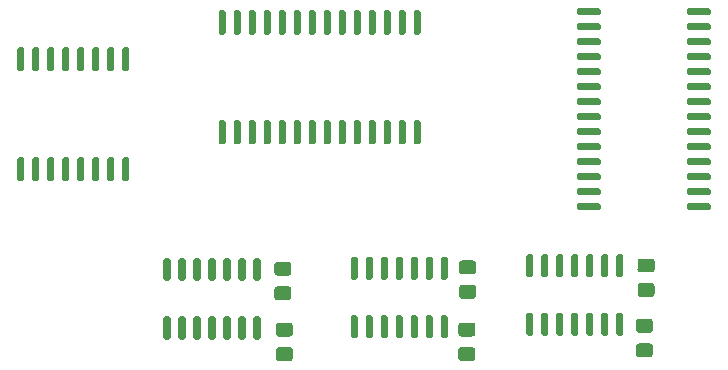
<source format=gbr>
%TF.GenerationSoftware,KiCad,Pcbnew,(5.1.9)-1*%
%TF.CreationDate,2021-04-30T23:03:23+10:00*%
%TF.ProjectId,RedPyKeeb_MCU,52656450-794b-4656-9562-5f4d43552e6b,rev?*%
%TF.SameCoordinates,Original*%
%TF.FileFunction,Paste,Bot*%
%TF.FilePolarity,Positive*%
%FSLAX46Y46*%
G04 Gerber Fmt 4.6, Leading zero omitted, Abs format (unit mm)*
G04 Created by KiCad (PCBNEW (5.1.9)-1) date 2021-04-30 23:03:23*
%MOMM*%
%LPD*%
G01*
G04 APERTURE LIST*
G04 APERTURE END LIST*
%TO.C,U2*%
G36*
G01*
X104820300Y-44820700D02*
X104820300Y-45120700D01*
G75*
G02*
X104670300Y-45270700I-150000J0D01*
G01*
X102920300Y-45270700D01*
G75*
G02*
X102770300Y-45120700I0J150000D01*
G01*
X102770300Y-44820700D01*
G75*
G02*
X102920300Y-44670700I150000J0D01*
G01*
X104670300Y-44670700D01*
G75*
G02*
X104820300Y-44820700I0J-150000D01*
G01*
G37*
G36*
G01*
X104820300Y-46090700D02*
X104820300Y-46390700D01*
G75*
G02*
X104670300Y-46540700I-150000J0D01*
G01*
X102920300Y-46540700D01*
G75*
G02*
X102770300Y-46390700I0J150000D01*
G01*
X102770300Y-46090700D01*
G75*
G02*
X102920300Y-45940700I150000J0D01*
G01*
X104670300Y-45940700D01*
G75*
G02*
X104820300Y-46090700I0J-150000D01*
G01*
G37*
G36*
G01*
X104820300Y-47360700D02*
X104820300Y-47660700D01*
G75*
G02*
X104670300Y-47810700I-150000J0D01*
G01*
X102920300Y-47810700D01*
G75*
G02*
X102770300Y-47660700I0J150000D01*
G01*
X102770300Y-47360700D01*
G75*
G02*
X102920300Y-47210700I150000J0D01*
G01*
X104670300Y-47210700D01*
G75*
G02*
X104820300Y-47360700I0J-150000D01*
G01*
G37*
G36*
G01*
X104820300Y-48630700D02*
X104820300Y-48930700D01*
G75*
G02*
X104670300Y-49080700I-150000J0D01*
G01*
X102920300Y-49080700D01*
G75*
G02*
X102770300Y-48930700I0J150000D01*
G01*
X102770300Y-48630700D01*
G75*
G02*
X102920300Y-48480700I150000J0D01*
G01*
X104670300Y-48480700D01*
G75*
G02*
X104820300Y-48630700I0J-150000D01*
G01*
G37*
G36*
G01*
X104820300Y-49900700D02*
X104820300Y-50200700D01*
G75*
G02*
X104670300Y-50350700I-150000J0D01*
G01*
X102920300Y-50350700D01*
G75*
G02*
X102770300Y-50200700I0J150000D01*
G01*
X102770300Y-49900700D01*
G75*
G02*
X102920300Y-49750700I150000J0D01*
G01*
X104670300Y-49750700D01*
G75*
G02*
X104820300Y-49900700I0J-150000D01*
G01*
G37*
G36*
G01*
X104820300Y-51170700D02*
X104820300Y-51470700D01*
G75*
G02*
X104670300Y-51620700I-150000J0D01*
G01*
X102920300Y-51620700D01*
G75*
G02*
X102770300Y-51470700I0J150000D01*
G01*
X102770300Y-51170700D01*
G75*
G02*
X102920300Y-51020700I150000J0D01*
G01*
X104670300Y-51020700D01*
G75*
G02*
X104820300Y-51170700I0J-150000D01*
G01*
G37*
G36*
G01*
X104820300Y-52440700D02*
X104820300Y-52740700D01*
G75*
G02*
X104670300Y-52890700I-150000J0D01*
G01*
X102920300Y-52890700D01*
G75*
G02*
X102770300Y-52740700I0J150000D01*
G01*
X102770300Y-52440700D01*
G75*
G02*
X102920300Y-52290700I150000J0D01*
G01*
X104670300Y-52290700D01*
G75*
G02*
X104820300Y-52440700I0J-150000D01*
G01*
G37*
G36*
G01*
X104820300Y-53710700D02*
X104820300Y-54010700D01*
G75*
G02*
X104670300Y-54160700I-150000J0D01*
G01*
X102920300Y-54160700D01*
G75*
G02*
X102770300Y-54010700I0J150000D01*
G01*
X102770300Y-53710700D01*
G75*
G02*
X102920300Y-53560700I150000J0D01*
G01*
X104670300Y-53560700D01*
G75*
G02*
X104820300Y-53710700I0J-150000D01*
G01*
G37*
G36*
G01*
X104820300Y-54980700D02*
X104820300Y-55280700D01*
G75*
G02*
X104670300Y-55430700I-150000J0D01*
G01*
X102920300Y-55430700D01*
G75*
G02*
X102770300Y-55280700I0J150000D01*
G01*
X102770300Y-54980700D01*
G75*
G02*
X102920300Y-54830700I150000J0D01*
G01*
X104670300Y-54830700D01*
G75*
G02*
X104820300Y-54980700I0J-150000D01*
G01*
G37*
G36*
G01*
X104820300Y-56250700D02*
X104820300Y-56550700D01*
G75*
G02*
X104670300Y-56700700I-150000J0D01*
G01*
X102920300Y-56700700D01*
G75*
G02*
X102770300Y-56550700I0J150000D01*
G01*
X102770300Y-56250700D01*
G75*
G02*
X102920300Y-56100700I150000J0D01*
G01*
X104670300Y-56100700D01*
G75*
G02*
X104820300Y-56250700I0J-150000D01*
G01*
G37*
G36*
G01*
X104820300Y-57520700D02*
X104820300Y-57820700D01*
G75*
G02*
X104670300Y-57970700I-150000J0D01*
G01*
X102920300Y-57970700D01*
G75*
G02*
X102770300Y-57820700I0J150000D01*
G01*
X102770300Y-57520700D01*
G75*
G02*
X102920300Y-57370700I150000J0D01*
G01*
X104670300Y-57370700D01*
G75*
G02*
X104820300Y-57520700I0J-150000D01*
G01*
G37*
G36*
G01*
X104820300Y-58790700D02*
X104820300Y-59090700D01*
G75*
G02*
X104670300Y-59240700I-150000J0D01*
G01*
X102920300Y-59240700D01*
G75*
G02*
X102770300Y-59090700I0J150000D01*
G01*
X102770300Y-58790700D01*
G75*
G02*
X102920300Y-58640700I150000J0D01*
G01*
X104670300Y-58640700D01*
G75*
G02*
X104820300Y-58790700I0J-150000D01*
G01*
G37*
G36*
G01*
X104820300Y-60060700D02*
X104820300Y-60360700D01*
G75*
G02*
X104670300Y-60510700I-150000J0D01*
G01*
X102920300Y-60510700D01*
G75*
G02*
X102770300Y-60360700I0J150000D01*
G01*
X102770300Y-60060700D01*
G75*
G02*
X102920300Y-59910700I150000J0D01*
G01*
X104670300Y-59910700D01*
G75*
G02*
X104820300Y-60060700I0J-150000D01*
G01*
G37*
G36*
G01*
X104820300Y-61330700D02*
X104820300Y-61630700D01*
G75*
G02*
X104670300Y-61780700I-150000J0D01*
G01*
X102920300Y-61780700D01*
G75*
G02*
X102770300Y-61630700I0J150000D01*
G01*
X102770300Y-61330700D01*
G75*
G02*
X102920300Y-61180700I150000J0D01*
G01*
X104670300Y-61180700D01*
G75*
G02*
X104820300Y-61330700I0J-150000D01*
G01*
G37*
G36*
G01*
X114120300Y-61330700D02*
X114120300Y-61630700D01*
G75*
G02*
X113970300Y-61780700I-150000J0D01*
G01*
X112220300Y-61780700D01*
G75*
G02*
X112070300Y-61630700I0J150000D01*
G01*
X112070300Y-61330700D01*
G75*
G02*
X112220300Y-61180700I150000J0D01*
G01*
X113970300Y-61180700D01*
G75*
G02*
X114120300Y-61330700I0J-150000D01*
G01*
G37*
G36*
G01*
X114120300Y-60060700D02*
X114120300Y-60360700D01*
G75*
G02*
X113970300Y-60510700I-150000J0D01*
G01*
X112220300Y-60510700D01*
G75*
G02*
X112070300Y-60360700I0J150000D01*
G01*
X112070300Y-60060700D01*
G75*
G02*
X112220300Y-59910700I150000J0D01*
G01*
X113970300Y-59910700D01*
G75*
G02*
X114120300Y-60060700I0J-150000D01*
G01*
G37*
G36*
G01*
X114120300Y-58790700D02*
X114120300Y-59090700D01*
G75*
G02*
X113970300Y-59240700I-150000J0D01*
G01*
X112220300Y-59240700D01*
G75*
G02*
X112070300Y-59090700I0J150000D01*
G01*
X112070300Y-58790700D01*
G75*
G02*
X112220300Y-58640700I150000J0D01*
G01*
X113970300Y-58640700D01*
G75*
G02*
X114120300Y-58790700I0J-150000D01*
G01*
G37*
G36*
G01*
X114120300Y-57520700D02*
X114120300Y-57820700D01*
G75*
G02*
X113970300Y-57970700I-150000J0D01*
G01*
X112220300Y-57970700D01*
G75*
G02*
X112070300Y-57820700I0J150000D01*
G01*
X112070300Y-57520700D01*
G75*
G02*
X112220300Y-57370700I150000J0D01*
G01*
X113970300Y-57370700D01*
G75*
G02*
X114120300Y-57520700I0J-150000D01*
G01*
G37*
G36*
G01*
X114120300Y-56250700D02*
X114120300Y-56550700D01*
G75*
G02*
X113970300Y-56700700I-150000J0D01*
G01*
X112220300Y-56700700D01*
G75*
G02*
X112070300Y-56550700I0J150000D01*
G01*
X112070300Y-56250700D01*
G75*
G02*
X112220300Y-56100700I150000J0D01*
G01*
X113970300Y-56100700D01*
G75*
G02*
X114120300Y-56250700I0J-150000D01*
G01*
G37*
G36*
G01*
X114120300Y-54980700D02*
X114120300Y-55280700D01*
G75*
G02*
X113970300Y-55430700I-150000J0D01*
G01*
X112220300Y-55430700D01*
G75*
G02*
X112070300Y-55280700I0J150000D01*
G01*
X112070300Y-54980700D01*
G75*
G02*
X112220300Y-54830700I150000J0D01*
G01*
X113970300Y-54830700D01*
G75*
G02*
X114120300Y-54980700I0J-150000D01*
G01*
G37*
G36*
G01*
X114120300Y-53710700D02*
X114120300Y-54010700D01*
G75*
G02*
X113970300Y-54160700I-150000J0D01*
G01*
X112220300Y-54160700D01*
G75*
G02*
X112070300Y-54010700I0J150000D01*
G01*
X112070300Y-53710700D01*
G75*
G02*
X112220300Y-53560700I150000J0D01*
G01*
X113970300Y-53560700D01*
G75*
G02*
X114120300Y-53710700I0J-150000D01*
G01*
G37*
G36*
G01*
X114120300Y-52440700D02*
X114120300Y-52740700D01*
G75*
G02*
X113970300Y-52890700I-150000J0D01*
G01*
X112220300Y-52890700D01*
G75*
G02*
X112070300Y-52740700I0J150000D01*
G01*
X112070300Y-52440700D01*
G75*
G02*
X112220300Y-52290700I150000J0D01*
G01*
X113970300Y-52290700D01*
G75*
G02*
X114120300Y-52440700I0J-150000D01*
G01*
G37*
G36*
G01*
X114120300Y-51170700D02*
X114120300Y-51470700D01*
G75*
G02*
X113970300Y-51620700I-150000J0D01*
G01*
X112220300Y-51620700D01*
G75*
G02*
X112070300Y-51470700I0J150000D01*
G01*
X112070300Y-51170700D01*
G75*
G02*
X112220300Y-51020700I150000J0D01*
G01*
X113970300Y-51020700D01*
G75*
G02*
X114120300Y-51170700I0J-150000D01*
G01*
G37*
G36*
G01*
X114120300Y-49900700D02*
X114120300Y-50200700D01*
G75*
G02*
X113970300Y-50350700I-150000J0D01*
G01*
X112220300Y-50350700D01*
G75*
G02*
X112070300Y-50200700I0J150000D01*
G01*
X112070300Y-49900700D01*
G75*
G02*
X112220300Y-49750700I150000J0D01*
G01*
X113970300Y-49750700D01*
G75*
G02*
X114120300Y-49900700I0J-150000D01*
G01*
G37*
G36*
G01*
X114120300Y-48630700D02*
X114120300Y-48930700D01*
G75*
G02*
X113970300Y-49080700I-150000J0D01*
G01*
X112220300Y-49080700D01*
G75*
G02*
X112070300Y-48930700I0J150000D01*
G01*
X112070300Y-48630700D01*
G75*
G02*
X112220300Y-48480700I150000J0D01*
G01*
X113970300Y-48480700D01*
G75*
G02*
X114120300Y-48630700I0J-150000D01*
G01*
G37*
G36*
G01*
X114120300Y-47360700D02*
X114120300Y-47660700D01*
G75*
G02*
X113970300Y-47810700I-150000J0D01*
G01*
X112220300Y-47810700D01*
G75*
G02*
X112070300Y-47660700I0J150000D01*
G01*
X112070300Y-47360700D01*
G75*
G02*
X112220300Y-47210700I150000J0D01*
G01*
X113970300Y-47210700D01*
G75*
G02*
X114120300Y-47360700I0J-150000D01*
G01*
G37*
G36*
G01*
X114120300Y-46090700D02*
X114120300Y-46390700D01*
G75*
G02*
X113970300Y-46540700I-150000J0D01*
G01*
X112220300Y-46540700D01*
G75*
G02*
X112070300Y-46390700I0J150000D01*
G01*
X112070300Y-46090700D01*
G75*
G02*
X112220300Y-45940700I150000J0D01*
G01*
X113970300Y-45940700D01*
G75*
G02*
X114120300Y-46090700I0J-150000D01*
G01*
G37*
G36*
G01*
X114120300Y-44820700D02*
X114120300Y-45120700D01*
G75*
G02*
X113970300Y-45270700I-150000J0D01*
G01*
X112220300Y-45270700D01*
G75*
G02*
X112070300Y-45120700I0J150000D01*
G01*
X112070300Y-44820700D01*
G75*
G02*
X112220300Y-44670700I150000J0D01*
G01*
X113970300Y-44670700D01*
G75*
G02*
X114120300Y-44820700I0J-150000D01*
G01*
G37*
%TD*%
%TO.C,U1*%
G36*
G01*
X89405600Y-46895600D02*
X89105600Y-46895600D01*
G75*
G02*
X88955600Y-46745600I0J150000D01*
G01*
X88955600Y-44995600D01*
G75*
G02*
X89105600Y-44845600I150000J0D01*
G01*
X89405600Y-44845600D01*
G75*
G02*
X89555600Y-44995600I0J-150000D01*
G01*
X89555600Y-46745600D01*
G75*
G02*
X89405600Y-46895600I-150000J0D01*
G01*
G37*
G36*
G01*
X88135600Y-46895600D02*
X87835600Y-46895600D01*
G75*
G02*
X87685600Y-46745600I0J150000D01*
G01*
X87685600Y-44995600D01*
G75*
G02*
X87835600Y-44845600I150000J0D01*
G01*
X88135600Y-44845600D01*
G75*
G02*
X88285600Y-44995600I0J-150000D01*
G01*
X88285600Y-46745600D01*
G75*
G02*
X88135600Y-46895600I-150000J0D01*
G01*
G37*
G36*
G01*
X86865600Y-46895600D02*
X86565600Y-46895600D01*
G75*
G02*
X86415600Y-46745600I0J150000D01*
G01*
X86415600Y-44995600D01*
G75*
G02*
X86565600Y-44845600I150000J0D01*
G01*
X86865600Y-44845600D01*
G75*
G02*
X87015600Y-44995600I0J-150000D01*
G01*
X87015600Y-46745600D01*
G75*
G02*
X86865600Y-46895600I-150000J0D01*
G01*
G37*
G36*
G01*
X85595600Y-46895600D02*
X85295600Y-46895600D01*
G75*
G02*
X85145600Y-46745600I0J150000D01*
G01*
X85145600Y-44995600D01*
G75*
G02*
X85295600Y-44845600I150000J0D01*
G01*
X85595600Y-44845600D01*
G75*
G02*
X85745600Y-44995600I0J-150000D01*
G01*
X85745600Y-46745600D01*
G75*
G02*
X85595600Y-46895600I-150000J0D01*
G01*
G37*
G36*
G01*
X84325600Y-46895600D02*
X84025600Y-46895600D01*
G75*
G02*
X83875600Y-46745600I0J150000D01*
G01*
X83875600Y-44995600D01*
G75*
G02*
X84025600Y-44845600I150000J0D01*
G01*
X84325600Y-44845600D01*
G75*
G02*
X84475600Y-44995600I0J-150000D01*
G01*
X84475600Y-46745600D01*
G75*
G02*
X84325600Y-46895600I-150000J0D01*
G01*
G37*
G36*
G01*
X83055600Y-46895600D02*
X82755600Y-46895600D01*
G75*
G02*
X82605600Y-46745600I0J150000D01*
G01*
X82605600Y-44995600D01*
G75*
G02*
X82755600Y-44845600I150000J0D01*
G01*
X83055600Y-44845600D01*
G75*
G02*
X83205600Y-44995600I0J-150000D01*
G01*
X83205600Y-46745600D01*
G75*
G02*
X83055600Y-46895600I-150000J0D01*
G01*
G37*
G36*
G01*
X81785600Y-46895600D02*
X81485600Y-46895600D01*
G75*
G02*
X81335600Y-46745600I0J150000D01*
G01*
X81335600Y-44995600D01*
G75*
G02*
X81485600Y-44845600I150000J0D01*
G01*
X81785600Y-44845600D01*
G75*
G02*
X81935600Y-44995600I0J-150000D01*
G01*
X81935600Y-46745600D01*
G75*
G02*
X81785600Y-46895600I-150000J0D01*
G01*
G37*
G36*
G01*
X80515600Y-46895600D02*
X80215600Y-46895600D01*
G75*
G02*
X80065600Y-46745600I0J150000D01*
G01*
X80065600Y-44995600D01*
G75*
G02*
X80215600Y-44845600I150000J0D01*
G01*
X80515600Y-44845600D01*
G75*
G02*
X80665600Y-44995600I0J-150000D01*
G01*
X80665600Y-46745600D01*
G75*
G02*
X80515600Y-46895600I-150000J0D01*
G01*
G37*
G36*
G01*
X79245600Y-46895600D02*
X78945600Y-46895600D01*
G75*
G02*
X78795600Y-46745600I0J150000D01*
G01*
X78795600Y-44995600D01*
G75*
G02*
X78945600Y-44845600I150000J0D01*
G01*
X79245600Y-44845600D01*
G75*
G02*
X79395600Y-44995600I0J-150000D01*
G01*
X79395600Y-46745600D01*
G75*
G02*
X79245600Y-46895600I-150000J0D01*
G01*
G37*
G36*
G01*
X77975600Y-46895600D02*
X77675600Y-46895600D01*
G75*
G02*
X77525600Y-46745600I0J150000D01*
G01*
X77525600Y-44995600D01*
G75*
G02*
X77675600Y-44845600I150000J0D01*
G01*
X77975600Y-44845600D01*
G75*
G02*
X78125600Y-44995600I0J-150000D01*
G01*
X78125600Y-46745600D01*
G75*
G02*
X77975600Y-46895600I-150000J0D01*
G01*
G37*
G36*
G01*
X76705600Y-46895600D02*
X76405600Y-46895600D01*
G75*
G02*
X76255600Y-46745600I0J150000D01*
G01*
X76255600Y-44995600D01*
G75*
G02*
X76405600Y-44845600I150000J0D01*
G01*
X76705600Y-44845600D01*
G75*
G02*
X76855600Y-44995600I0J-150000D01*
G01*
X76855600Y-46745600D01*
G75*
G02*
X76705600Y-46895600I-150000J0D01*
G01*
G37*
G36*
G01*
X75435600Y-46895600D02*
X75135600Y-46895600D01*
G75*
G02*
X74985600Y-46745600I0J150000D01*
G01*
X74985600Y-44995600D01*
G75*
G02*
X75135600Y-44845600I150000J0D01*
G01*
X75435600Y-44845600D01*
G75*
G02*
X75585600Y-44995600I0J-150000D01*
G01*
X75585600Y-46745600D01*
G75*
G02*
X75435600Y-46895600I-150000J0D01*
G01*
G37*
G36*
G01*
X74165600Y-46895600D02*
X73865600Y-46895600D01*
G75*
G02*
X73715600Y-46745600I0J150000D01*
G01*
X73715600Y-44995600D01*
G75*
G02*
X73865600Y-44845600I150000J0D01*
G01*
X74165600Y-44845600D01*
G75*
G02*
X74315600Y-44995600I0J-150000D01*
G01*
X74315600Y-46745600D01*
G75*
G02*
X74165600Y-46895600I-150000J0D01*
G01*
G37*
G36*
G01*
X72895600Y-46895600D02*
X72595600Y-46895600D01*
G75*
G02*
X72445600Y-46745600I0J150000D01*
G01*
X72445600Y-44995600D01*
G75*
G02*
X72595600Y-44845600I150000J0D01*
G01*
X72895600Y-44845600D01*
G75*
G02*
X73045600Y-44995600I0J-150000D01*
G01*
X73045600Y-46745600D01*
G75*
G02*
X72895600Y-46895600I-150000J0D01*
G01*
G37*
G36*
G01*
X72895600Y-56195600D02*
X72595600Y-56195600D01*
G75*
G02*
X72445600Y-56045600I0J150000D01*
G01*
X72445600Y-54295600D01*
G75*
G02*
X72595600Y-54145600I150000J0D01*
G01*
X72895600Y-54145600D01*
G75*
G02*
X73045600Y-54295600I0J-150000D01*
G01*
X73045600Y-56045600D01*
G75*
G02*
X72895600Y-56195600I-150000J0D01*
G01*
G37*
G36*
G01*
X74165600Y-56195600D02*
X73865600Y-56195600D01*
G75*
G02*
X73715600Y-56045600I0J150000D01*
G01*
X73715600Y-54295600D01*
G75*
G02*
X73865600Y-54145600I150000J0D01*
G01*
X74165600Y-54145600D01*
G75*
G02*
X74315600Y-54295600I0J-150000D01*
G01*
X74315600Y-56045600D01*
G75*
G02*
X74165600Y-56195600I-150000J0D01*
G01*
G37*
G36*
G01*
X75435600Y-56195600D02*
X75135600Y-56195600D01*
G75*
G02*
X74985600Y-56045600I0J150000D01*
G01*
X74985600Y-54295600D01*
G75*
G02*
X75135600Y-54145600I150000J0D01*
G01*
X75435600Y-54145600D01*
G75*
G02*
X75585600Y-54295600I0J-150000D01*
G01*
X75585600Y-56045600D01*
G75*
G02*
X75435600Y-56195600I-150000J0D01*
G01*
G37*
G36*
G01*
X76705600Y-56195600D02*
X76405600Y-56195600D01*
G75*
G02*
X76255600Y-56045600I0J150000D01*
G01*
X76255600Y-54295600D01*
G75*
G02*
X76405600Y-54145600I150000J0D01*
G01*
X76705600Y-54145600D01*
G75*
G02*
X76855600Y-54295600I0J-150000D01*
G01*
X76855600Y-56045600D01*
G75*
G02*
X76705600Y-56195600I-150000J0D01*
G01*
G37*
G36*
G01*
X77975600Y-56195600D02*
X77675600Y-56195600D01*
G75*
G02*
X77525600Y-56045600I0J150000D01*
G01*
X77525600Y-54295600D01*
G75*
G02*
X77675600Y-54145600I150000J0D01*
G01*
X77975600Y-54145600D01*
G75*
G02*
X78125600Y-54295600I0J-150000D01*
G01*
X78125600Y-56045600D01*
G75*
G02*
X77975600Y-56195600I-150000J0D01*
G01*
G37*
G36*
G01*
X79245600Y-56195600D02*
X78945600Y-56195600D01*
G75*
G02*
X78795600Y-56045600I0J150000D01*
G01*
X78795600Y-54295600D01*
G75*
G02*
X78945600Y-54145600I150000J0D01*
G01*
X79245600Y-54145600D01*
G75*
G02*
X79395600Y-54295600I0J-150000D01*
G01*
X79395600Y-56045600D01*
G75*
G02*
X79245600Y-56195600I-150000J0D01*
G01*
G37*
G36*
G01*
X80515600Y-56195600D02*
X80215600Y-56195600D01*
G75*
G02*
X80065600Y-56045600I0J150000D01*
G01*
X80065600Y-54295600D01*
G75*
G02*
X80215600Y-54145600I150000J0D01*
G01*
X80515600Y-54145600D01*
G75*
G02*
X80665600Y-54295600I0J-150000D01*
G01*
X80665600Y-56045600D01*
G75*
G02*
X80515600Y-56195600I-150000J0D01*
G01*
G37*
G36*
G01*
X81785600Y-56195600D02*
X81485600Y-56195600D01*
G75*
G02*
X81335600Y-56045600I0J150000D01*
G01*
X81335600Y-54295600D01*
G75*
G02*
X81485600Y-54145600I150000J0D01*
G01*
X81785600Y-54145600D01*
G75*
G02*
X81935600Y-54295600I0J-150000D01*
G01*
X81935600Y-56045600D01*
G75*
G02*
X81785600Y-56195600I-150000J0D01*
G01*
G37*
G36*
G01*
X83055600Y-56195600D02*
X82755600Y-56195600D01*
G75*
G02*
X82605600Y-56045600I0J150000D01*
G01*
X82605600Y-54295600D01*
G75*
G02*
X82755600Y-54145600I150000J0D01*
G01*
X83055600Y-54145600D01*
G75*
G02*
X83205600Y-54295600I0J-150000D01*
G01*
X83205600Y-56045600D01*
G75*
G02*
X83055600Y-56195600I-150000J0D01*
G01*
G37*
G36*
G01*
X84325600Y-56195600D02*
X84025600Y-56195600D01*
G75*
G02*
X83875600Y-56045600I0J150000D01*
G01*
X83875600Y-54295600D01*
G75*
G02*
X84025600Y-54145600I150000J0D01*
G01*
X84325600Y-54145600D01*
G75*
G02*
X84475600Y-54295600I0J-150000D01*
G01*
X84475600Y-56045600D01*
G75*
G02*
X84325600Y-56195600I-150000J0D01*
G01*
G37*
G36*
G01*
X85595600Y-56195600D02*
X85295600Y-56195600D01*
G75*
G02*
X85145600Y-56045600I0J150000D01*
G01*
X85145600Y-54295600D01*
G75*
G02*
X85295600Y-54145600I150000J0D01*
G01*
X85595600Y-54145600D01*
G75*
G02*
X85745600Y-54295600I0J-150000D01*
G01*
X85745600Y-56045600D01*
G75*
G02*
X85595600Y-56195600I-150000J0D01*
G01*
G37*
G36*
G01*
X86865600Y-56195600D02*
X86565600Y-56195600D01*
G75*
G02*
X86415600Y-56045600I0J150000D01*
G01*
X86415600Y-54295600D01*
G75*
G02*
X86565600Y-54145600I150000J0D01*
G01*
X86865600Y-54145600D01*
G75*
G02*
X87015600Y-54295600I0J-150000D01*
G01*
X87015600Y-56045600D01*
G75*
G02*
X86865600Y-56195600I-150000J0D01*
G01*
G37*
G36*
G01*
X88135600Y-56195600D02*
X87835600Y-56195600D01*
G75*
G02*
X87685600Y-56045600I0J150000D01*
G01*
X87685600Y-54295600D01*
G75*
G02*
X87835600Y-54145600I150000J0D01*
G01*
X88135600Y-54145600D01*
G75*
G02*
X88285600Y-54295600I0J-150000D01*
G01*
X88285600Y-56045600D01*
G75*
G02*
X88135600Y-56195600I-150000J0D01*
G01*
G37*
G36*
G01*
X89405600Y-56195600D02*
X89105600Y-56195600D01*
G75*
G02*
X88955600Y-56045600I0J150000D01*
G01*
X88955600Y-54295600D01*
G75*
G02*
X89105600Y-54145600I150000J0D01*
G01*
X89405600Y-54145600D01*
G75*
G02*
X89555600Y-54295600I0J-150000D01*
G01*
X89555600Y-56045600D01*
G75*
G02*
X89405600Y-56195600I-150000J0D01*
G01*
G37*
%TD*%
%TO.C,U3*%
G36*
G01*
X91691600Y-67664200D02*
X91391600Y-67664200D01*
G75*
G02*
X91241600Y-67514200I0J150000D01*
G01*
X91241600Y-65864200D01*
G75*
G02*
X91391600Y-65714200I150000J0D01*
G01*
X91691600Y-65714200D01*
G75*
G02*
X91841600Y-65864200I0J-150000D01*
G01*
X91841600Y-67514200D01*
G75*
G02*
X91691600Y-67664200I-150000J0D01*
G01*
G37*
G36*
G01*
X90421600Y-67664200D02*
X90121600Y-67664200D01*
G75*
G02*
X89971600Y-67514200I0J150000D01*
G01*
X89971600Y-65864200D01*
G75*
G02*
X90121600Y-65714200I150000J0D01*
G01*
X90421600Y-65714200D01*
G75*
G02*
X90571600Y-65864200I0J-150000D01*
G01*
X90571600Y-67514200D01*
G75*
G02*
X90421600Y-67664200I-150000J0D01*
G01*
G37*
G36*
G01*
X89151600Y-67664200D02*
X88851600Y-67664200D01*
G75*
G02*
X88701600Y-67514200I0J150000D01*
G01*
X88701600Y-65864200D01*
G75*
G02*
X88851600Y-65714200I150000J0D01*
G01*
X89151600Y-65714200D01*
G75*
G02*
X89301600Y-65864200I0J-150000D01*
G01*
X89301600Y-67514200D01*
G75*
G02*
X89151600Y-67664200I-150000J0D01*
G01*
G37*
G36*
G01*
X87881600Y-67664200D02*
X87581600Y-67664200D01*
G75*
G02*
X87431600Y-67514200I0J150000D01*
G01*
X87431600Y-65864200D01*
G75*
G02*
X87581600Y-65714200I150000J0D01*
G01*
X87881600Y-65714200D01*
G75*
G02*
X88031600Y-65864200I0J-150000D01*
G01*
X88031600Y-67514200D01*
G75*
G02*
X87881600Y-67664200I-150000J0D01*
G01*
G37*
G36*
G01*
X86611600Y-67664200D02*
X86311600Y-67664200D01*
G75*
G02*
X86161600Y-67514200I0J150000D01*
G01*
X86161600Y-65864200D01*
G75*
G02*
X86311600Y-65714200I150000J0D01*
G01*
X86611600Y-65714200D01*
G75*
G02*
X86761600Y-65864200I0J-150000D01*
G01*
X86761600Y-67514200D01*
G75*
G02*
X86611600Y-67664200I-150000J0D01*
G01*
G37*
G36*
G01*
X85341600Y-67664200D02*
X85041600Y-67664200D01*
G75*
G02*
X84891600Y-67514200I0J150000D01*
G01*
X84891600Y-65864200D01*
G75*
G02*
X85041600Y-65714200I150000J0D01*
G01*
X85341600Y-65714200D01*
G75*
G02*
X85491600Y-65864200I0J-150000D01*
G01*
X85491600Y-67514200D01*
G75*
G02*
X85341600Y-67664200I-150000J0D01*
G01*
G37*
G36*
G01*
X84071600Y-67664200D02*
X83771600Y-67664200D01*
G75*
G02*
X83621600Y-67514200I0J150000D01*
G01*
X83621600Y-65864200D01*
G75*
G02*
X83771600Y-65714200I150000J0D01*
G01*
X84071600Y-65714200D01*
G75*
G02*
X84221600Y-65864200I0J-150000D01*
G01*
X84221600Y-67514200D01*
G75*
G02*
X84071600Y-67664200I-150000J0D01*
G01*
G37*
G36*
G01*
X84071600Y-72614200D02*
X83771600Y-72614200D01*
G75*
G02*
X83621600Y-72464200I0J150000D01*
G01*
X83621600Y-70814200D01*
G75*
G02*
X83771600Y-70664200I150000J0D01*
G01*
X84071600Y-70664200D01*
G75*
G02*
X84221600Y-70814200I0J-150000D01*
G01*
X84221600Y-72464200D01*
G75*
G02*
X84071600Y-72614200I-150000J0D01*
G01*
G37*
G36*
G01*
X85341600Y-72614200D02*
X85041600Y-72614200D01*
G75*
G02*
X84891600Y-72464200I0J150000D01*
G01*
X84891600Y-70814200D01*
G75*
G02*
X85041600Y-70664200I150000J0D01*
G01*
X85341600Y-70664200D01*
G75*
G02*
X85491600Y-70814200I0J-150000D01*
G01*
X85491600Y-72464200D01*
G75*
G02*
X85341600Y-72614200I-150000J0D01*
G01*
G37*
G36*
G01*
X86611600Y-72614200D02*
X86311600Y-72614200D01*
G75*
G02*
X86161600Y-72464200I0J150000D01*
G01*
X86161600Y-70814200D01*
G75*
G02*
X86311600Y-70664200I150000J0D01*
G01*
X86611600Y-70664200D01*
G75*
G02*
X86761600Y-70814200I0J-150000D01*
G01*
X86761600Y-72464200D01*
G75*
G02*
X86611600Y-72614200I-150000J0D01*
G01*
G37*
G36*
G01*
X87881600Y-72614200D02*
X87581600Y-72614200D01*
G75*
G02*
X87431600Y-72464200I0J150000D01*
G01*
X87431600Y-70814200D01*
G75*
G02*
X87581600Y-70664200I150000J0D01*
G01*
X87881600Y-70664200D01*
G75*
G02*
X88031600Y-70814200I0J-150000D01*
G01*
X88031600Y-72464200D01*
G75*
G02*
X87881600Y-72614200I-150000J0D01*
G01*
G37*
G36*
G01*
X89151600Y-72614200D02*
X88851600Y-72614200D01*
G75*
G02*
X88701600Y-72464200I0J150000D01*
G01*
X88701600Y-70814200D01*
G75*
G02*
X88851600Y-70664200I150000J0D01*
G01*
X89151600Y-70664200D01*
G75*
G02*
X89301600Y-70814200I0J-150000D01*
G01*
X89301600Y-72464200D01*
G75*
G02*
X89151600Y-72614200I-150000J0D01*
G01*
G37*
G36*
G01*
X90421600Y-72614200D02*
X90121600Y-72614200D01*
G75*
G02*
X89971600Y-72464200I0J150000D01*
G01*
X89971600Y-70814200D01*
G75*
G02*
X90121600Y-70664200I150000J0D01*
G01*
X90421600Y-70664200D01*
G75*
G02*
X90571600Y-70814200I0J-150000D01*
G01*
X90571600Y-72464200D01*
G75*
G02*
X90421600Y-72614200I-150000J0D01*
G01*
G37*
G36*
G01*
X91691600Y-72614200D02*
X91391600Y-72614200D01*
G75*
G02*
X91241600Y-72464200I0J150000D01*
G01*
X91241600Y-70814200D01*
G75*
G02*
X91391600Y-70664200I150000J0D01*
G01*
X91691600Y-70664200D01*
G75*
G02*
X91841600Y-70814200I0J-150000D01*
G01*
X91841600Y-72464200D01*
G75*
G02*
X91691600Y-72614200I-150000J0D01*
G01*
G37*
%TD*%
%TO.C,C5*%
G36*
G01*
X93997800Y-67190200D02*
X93047800Y-67190200D01*
G75*
G02*
X92797800Y-66940200I0J250000D01*
G01*
X92797800Y-66265200D01*
G75*
G02*
X93047800Y-66015200I250000J0D01*
G01*
X93997800Y-66015200D01*
G75*
G02*
X94247800Y-66265200I0J-250000D01*
G01*
X94247800Y-66940200D01*
G75*
G02*
X93997800Y-67190200I-250000J0D01*
G01*
G37*
G36*
G01*
X93997800Y-69265200D02*
X93047800Y-69265200D01*
G75*
G02*
X92797800Y-69015200I0J250000D01*
G01*
X92797800Y-68340200D01*
G75*
G02*
X93047800Y-68090200I250000J0D01*
G01*
X93997800Y-68090200D01*
G75*
G02*
X94247800Y-68340200I0J-250000D01*
G01*
X94247800Y-69015200D01*
G75*
G02*
X93997800Y-69265200I-250000J0D01*
G01*
G37*
%TD*%
%TO.C,C7*%
G36*
G01*
X93934300Y-72460700D02*
X92984300Y-72460700D01*
G75*
G02*
X92734300Y-72210700I0J250000D01*
G01*
X92734300Y-71535700D01*
G75*
G02*
X92984300Y-71285700I250000J0D01*
G01*
X93934300Y-71285700D01*
G75*
G02*
X94184300Y-71535700I0J-250000D01*
G01*
X94184300Y-72210700D01*
G75*
G02*
X93934300Y-72460700I-250000J0D01*
G01*
G37*
G36*
G01*
X93934300Y-74535700D02*
X92984300Y-74535700D01*
G75*
G02*
X92734300Y-74285700I0J250000D01*
G01*
X92734300Y-73610700D01*
G75*
G02*
X92984300Y-73360700I250000J0D01*
G01*
X93934300Y-73360700D01*
G75*
G02*
X94184300Y-73610700I0J-250000D01*
G01*
X94184300Y-74285700D01*
G75*
G02*
X93934300Y-74535700I-250000J0D01*
G01*
G37*
%TD*%
%TO.C,C3*%
G36*
G01*
X78364100Y-67317200D02*
X77414100Y-67317200D01*
G75*
G02*
X77164100Y-67067200I0J250000D01*
G01*
X77164100Y-66392200D01*
G75*
G02*
X77414100Y-66142200I250000J0D01*
G01*
X78364100Y-66142200D01*
G75*
G02*
X78614100Y-66392200I0J-250000D01*
G01*
X78614100Y-67067200D01*
G75*
G02*
X78364100Y-67317200I-250000J0D01*
G01*
G37*
G36*
G01*
X78364100Y-69392200D02*
X77414100Y-69392200D01*
G75*
G02*
X77164100Y-69142200I0J250000D01*
G01*
X77164100Y-68467200D01*
G75*
G02*
X77414100Y-68217200I250000J0D01*
G01*
X78364100Y-68217200D01*
G75*
G02*
X78614100Y-68467200I0J-250000D01*
G01*
X78614100Y-69142200D01*
G75*
G02*
X78364100Y-69392200I-250000J0D01*
G01*
G37*
%TD*%
%TO.C,C4*%
G36*
G01*
X78491100Y-74548400D02*
X77541100Y-74548400D01*
G75*
G02*
X77291100Y-74298400I0J250000D01*
G01*
X77291100Y-73623400D01*
G75*
G02*
X77541100Y-73373400I250000J0D01*
G01*
X78491100Y-73373400D01*
G75*
G02*
X78741100Y-73623400I0J-250000D01*
G01*
X78741100Y-74298400D01*
G75*
G02*
X78491100Y-74548400I-250000J0D01*
G01*
G37*
G36*
G01*
X78491100Y-72473400D02*
X77541100Y-72473400D01*
G75*
G02*
X77291100Y-72223400I0J250000D01*
G01*
X77291100Y-71548400D01*
G75*
G02*
X77541100Y-71298400I250000J0D01*
G01*
X78491100Y-71298400D01*
G75*
G02*
X78741100Y-71548400I0J-250000D01*
G01*
X78741100Y-72223400D01*
G75*
G02*
X78491100Y-72473400I-250000J0D01*
G01*
G37*
%TD*%
%TO.C,C8*%
G36*
G01*
X109110800Y-69112800D02*
X108160800Y-69112800D01*
G75*
G02*
X107910800Y-68862800I0J250000D01*
G01*
X107910800Y-68187800D01*
G75*
G02*
X108160800Y-67937800I250000J0D01*
G01*
X109110800Y-67937800D01*
G75*
G02*
X109360800Y-68187800I0J-250000D01*
G01*
X109360800Y-68862800D01*
G75*
G02*
X109110800Y-69112800I-250000J0D01*
G01*
G37*
G36*
G01*
X109110800Y-67037800D02*
X108160800Y-67037800D01*
G75*
G02*
X107910800Y-66787800I0J250000D01*
G01*
X107910800Y-66112800D01*
G75*
G02*
X108160800Y-65862800I250000J0D01*
G01*
X109110800Y-65862800D01*
G75*
G02*
X109360800Y-66112800I0J-250000D01*
G01*
X109360800Y-66787800D01*
G75*
G02*
X109110800Y-67037800I-250000J0D01*
G01*
G37*
%TD*%
%TO.C,C9*%
G36*
G01*
X108971100Y-72143200D02*
X108021100Y-72143200D01*
G75*
G02*
X107771100Y-71893200I0J250000D01*
G01*
X107771100Y-71218200D01*
G75*
G02*
X108021100Y-70968200I250000J0D01*
G01*
X108971100Y-70968200D01*
G75*
G02*
X109221100Y-71218200I0J-250000D01*
G01*
X109221100Y-71893200D01*
G75*
G02*
X108971100Y-72143200I-250000J0D01*
G01*
G37*
G36*
G01*
X108971100Y-74218200D02*
X108021100Y-74218200D01*
G75*
G02*
X107771100Y-73968200I0J250000D01*
G01*
X107771100Y-73293200D01*
G75*
G02*
X108021100Y-73043200I250000J0D01*
G01*
X108971100Y-73043200D01*
G75*
G02*
X109221100Y-73293200I0J-250000D01*
G01*
X109221100Y-73968200D01*
G75*
G02*
X108971100Y-74218200I-250000J0D01*
G01*
G37*
%TD*%
%TO.C,U4*%
G36*
G01*
X75842000Y-67765800D02*
X75542000Y-67765800D01*
G75*
G02*
X75392000Y-67615800I0J150000D01*
G01*
X75392000Y-65965800D01*
G75*
G02*
X75542000Y-65815800I150000J0D01*
G01*
X75842000Y-65815800D01*
G75*
G02*
X75992000Y-65965800I0J-150000D01*
G01*
X75992000Y-67615800D01*
G75*
G02*
X75842000Y-67765800I-150000J0D01*
G01*
G37*
G36*
G01*
X74572000Y-67765800D02*
X74272000Y-67765800D01*
G75*
G02*
X74122000Y-67615800I0J150000D01*
G01*
X74122000Y-65965800D01*
G75*
G02*
X74272000Y-65815800I150000J0D01*
G01*
X74572000Y-65815800D01*
G75*
G02*
X74722000Y-65965800I0J-150000D01*
G01*
X74722000Y-67615800D01*
G75*
G02*
X74572000Y-67765800I-150000J0D01*
G01*
G37*
G36*
G01*
X73302000Y-67765800D02*
X73002000Y-67765800D01*
G75*
G02*
X72852000Y-67615800I0J150000D01*
G01*
X72852000Y-65965800D01*
G75*
G02*
X73002000Y-65815800I150000J0D01*
G01*
X73302000Y-65815800D01*
G75*
G02*
X73452000Y-65965800I0J-150000D01*
G01*
X73452000Y-67615800D01*
G75*
G02*
X73302000Y-67765800I-150000J0D01*
G01*
G37*
G36*
G01*
X72032000Y-67765800D02*
X71732000Y-67765800D01*
G75*
G02*
X71582000Y-67615800I0J150000D01*
G01*
X71582000Y-65965800D01*
G75*
G02*
X71732000Y-65815800I150000J0D01*
G01*
X72032000Y-65815800D01*
G75*
G02*
X72182000Y-65965800I0J-150000D01*
G01*
X72182000Y-67615800D01*
G75*
G02*
X72032000Y-67765800I-150000J0D01*
G01*
G37*
G36*
G01*
X70762000Y-67765800D02*
X70462000Y-67765800D01*
G75*
G02*
X70312000Y-67615800I0J150000D01*
G01*
X70312000Y-65965800D01*
G75*
G02*
X70462000Y-65815800I150000J0D01*
G01*
X70762000Y-65815800D01*
G75*
G02*
X70912000Y-65965800I0J-150000D01*
G01*
X70912000Y-67615800D01*
G75*
G02*
X70762000Y-67765800I-150000J0D01*
G01*
G37*
G36*
G01*
X69492000Y-67765800D02*
X69192000Y-67765800D01*
G75*
G02*
X69042000Y-67615800I0J150000D01*
G01*
X69042000Y-65965800D01*
G75*
G02*
X69192000Y-65815800I150000J0D01*
G01*
X69492000Y-65815800D01*
G75*
G02*
X69642000Y-65965800I0J-150000D01*
G01*
X69642000Y-67615800D01*
G75*
G02*
X69492000Y-67765800I-150000J0D01*
G01*
G37*
G36*
G01*
X68222000Y-67765800D02*
X67922000Y-67765800D01*
G75*
G02*
X67772000Y-67615800I0J150000D01*
G01*
X67772000Y-65965800D01*
G75*
G02*
X67922000Y-65815800I150000J0D01*
G01*
X68222000Y-65815800D01*
G75*
G02*
X68372000Y-65965800I0J-150000D01*
G01*
X68372000Y-67615800D01*
G75*
G02*
X68222000Y-67765800I-150000J0D01*
G01*
G37*
G36*
G01*
X68222000Y-72715800D02*
X67922000Y-72715800D01*
G75*
G02*
X67772000Y-72565800I0J150000D01*
G01*
X67772000Y-70915800D01*
G75*
G02*
X67922000Y-70765800I150000J0D01*
G01*
X68222000Y-70765800D01*
G75*
G02*
X68372000Y-70915800I0J-150000D01*
G01*
X68372000Y-72565800D01*
G75*
G02*
X68222000Y-72715800I-150000J0D01*
G01*
G37*
G36*
G01*
X69492000Y-72715800D02*
X69192000Y-72715800D01*
G75*
G02*
X69042000Y-72565800I0J150000D01*
G01*
X69042000Y-70915800D01*
G75*
G02*
X69192000Y-70765800I150000J0D01*
G01*
X69492000Y-70765800D01*
G75*
G02*
X69642000Y-70915800I0J-150000D01*
G01*
X69642000Y-72565800D01*
G75*
G02*
X69492000Y-72715800I-150000J0D01*
G01*
G37*
G36*
G01*
X70762000Y-72715800D02*
X70462000Y-72715800D01*
G75*
G02*
X70312000Y-72565800I0J150000D01*
G01*
X70312000Y-70915800D01*
G75*
G02*
X70462000Y-70765800I150000J0D01*
G01*
X70762000Y-70765800D01*
G75*
G02*
X70912000Y-70915800I0J-150000D01*
G01*
X70912000Y-72565800D01*
G75*
G02*
X70762000Y-72715800I-150000J0D01*
G01*
G37*
G36*
G01*
X72032000Y-72715800D02*
X71732000Y-72715800D01*
G75*
G02*
X71582000Y-72565800I0J150000D01*
G01*
X71582000Y-70915800D01*
G75*
G02*
X71732000Y-70765800I150000J0D01*
G01*
X72032000Y-70765800D01*
G75*
G02*
X72182000Y-70915800I0J-150000D01*
G01*
X72182000Y-72565800D01*
G75*
G02*
X72032000Y-72715800I-150000J0D01*
G01*
G37*
G36*
G01*
X73302000Y-72715800D02*
X73002000Y-72715800D01*
G75*
G02*
X72852000Y-72565800I0J150000D01*
G01*
X72852000Y-70915800D01*
G75*
G02*
X73002000Y-70765800I150000J0D01*
G01*
X73302000Y-70765800D01*
G75*
G02*
X73452000Y-70915800I0J-150000D01*
G01*
X73452000Y-72565800D01*
G75*
G02*
X73302000Y-72715800I-150000J0D01*
G01*
G37*
G36*
G01*
X74572000Y-72715800D02*
X74272000Y-72715800D01*
G75*
G02*
X74122000Y-72565800I0J150000D01*
G01*
X74122000Y-70915800D01*
G75*
G02*
X74272000Y-70765800I150000J0D01*
G01*
X74572000Y-70765800D01*
G75*
G02*
X74722000Y-70915800I0J-150000D01*
G01*
X74722000Y-72565800D01*
G75*
G02*
X74572000Y-72715800I-150000J0D01*
G01*
G37*
G36*
G01*
X75842000Y-72715800D02*
X75542000Y-72715800D01*
G75*
G02*
X75392000Y-72565800I0J150000D01*
G01*
X75392000Y-70915800D01*
G75*
G02*
X75542000Y-70765800I150000J0D01*
G01*
X75842000Y-70765800D01*
G75*
G02*
X75992000Y-70915800I0J-150000D01*
G01*
X75992000Y-72565800D01*
G75*
G02*
X75842000Y-72715800I-150000J0D01*
G01*
G37*
%TD*%
%TO.C,U5*%
G36*
G01*
X106563300Y-72398300D02*
X106263300Y-72398300D01*
G75*
G02*
X106113300Y-72248300I0J150000D01*
G01*
X106113300Y-70598300D01*
G75*
G02*
X106263300Y-70448300I150000J0D01*
G01*
X106563300Y-70448300D01*
G75*
G02*
X106713300Y-70598300I0J-150000D01*
G01*
X106713300Y-72248300D01*
G75*
G02*
X106563300Y-72398300I-150000J0D01*
G01*
G37*
G36*
G01*
X105293300Y-72398300D02*
X104993300Y-72398300D01*
G75*
G02*
X104843300Y-72248300I0J150000D01*
G01*
X104843300Y-70598300D01*
G75*
G02*
X104993300Y-70448300I150000J0D01*
G01*
X105293300Y-70448300D01*
G75*
G02*
X105443300Y-70598300I0J-150000D01*
G01*
X105443300Y-72248300D01*
G75*
G02*
X105293300Y-72398300I-150000J0D01*
G01*
G37*
G36*
G01*
X104023300Y-72398300D02*
X103723300Y-72398300D01*
G75*
G02*
X103573300Y-72248300I0J150000D01*
G01*
X103573300Y-70598300D01*
G75*
G02*
X103723300Y-70448300I150000J0D01*
G01*
X104023300Y-70448300D01*
G75*
G02*
X104173300Y-70598300I0J-150000D01*
G01*
X104173300Y-72248300D01*
G75*
G02*
X104023300Y-72398300I-150000J0D01*
G01*
G37*
G36*
G01*
X102753300Y-72398300D02*
X102453300Y-72398300D01*
G75*
G02*
X102303300Y-72248300I0J150000D01*
G01*
X102303300Y-70598300D01*
G75*
G02*
X102453300Y-70448300I150000J0D01*
G01*
X102753300Y-70448300D01*
G75*
G02*
X102903300Y-70598300I0J-150000D01*
G01*
X102903300Y-72248300D01*
G75*
G02*
X102753300Y-72398300I-150000J0D01*
G01*
G37*
G36*
G01*
X101483300Y-72398300D02*
X101183300Y-72398300D01*
G75*
G02*
X101033300Y-72248300I0J150000D01*
G01*
X101033300Y-70598300D01*
G75*
G02*
X101183300Y-70448300I150000J0D01*
G01*
X101483300Y-70448300D01*
G75*
G02*
X101633300Y-70598300I0J-150000D01*
G01*
X101633300Y-72248300D01*
G75*
G02*
X101483300Y-72398300I-150000J0D01*
G01*
G37*
G36*
G01*
X100213300Y-72398300D02*
X99913300Y-72398300D01*
G75*
G02*
X99763300Y-72248300I0J150000D01*
G01*
X99763300Y-70598300D01*
G75*
G02*
X99913300Y-70448300I150000J0D01*
G01*
X100213300Y-70448300D01*
G75*
G02*
X100363300Y-70598300I0J-150000D01*
G01*
X100363300Y-72248300D01*
G75*
G02*
X100213300Y-72398300I-150000J0D01*
G01*
G37*
G36*
G01*
X98943300Y-72398300D02*
X98643300Y-72398300D01*
G75*
G02*
X98493300Y-72248300I0J150000D01*
G01*
X98493300Y-70598300D01*
G75*
G02*
X98643300Y-70448300I150000J0D01*
G01*
X98943300Y-70448300D01*
G75*
G02*
X99093300Y-70598300I0J-150000D01*
G01*
X99093300Y-72248300D01*
G75*
G02*
X98943300Y-72398300I-150000J0D01*
G01*
G37*
G36*
G01*
X98943300Y-67448300D02*
X98643300Y-67448300D01*
G75*
G02*
X98493300Y-67298300I0J150000D01*
G01*
X98493300Y-65648300D01*
G75*
G02*
X98643300Y-65498300I150000J0D01*
G01*
X98943300Y-65498300D01*
G75*
G02*
X99093300Y-65648300I0J-150000D01*
G01*
X99093300Y-67298300D01*
G75*
G02*
X98943300Y-67448300I-150000J0D01*
G01*
G37*
G36*
G01*
X100213300Y-67448300D02*
X99913300Y-67448300D01*
G75*
G02*
X99763300Y-67298300I0J150000D01*
G01*
X99763300Y-65648300D01*
G75*
G02*
X99913300Y-65498300I150000J0D01*
G01*
X100213300Y-65498300D01*
G75*
G02*
X100363300Y-65648300I0J-150000D01*
G01*
X100363300Y-67298300D01*
G75*
G02*
X100213300Y-67448300I-150000J0D01*
G01*
G37*
G36*
G01*
X101483300Y-67448300D02*
X101183300Y-67448300D01*
G75*
G02*
X101033300Y-67298300I0J150000D01*
G01*
X101033300Y-65648300D01*
G75*
G02*
X101183300Y-65498300I150000J0D01*
G01*
X101483300Y-65498300D01*
G75*
G02*
X101633300Y-65648300I0J-150000D01*
G01*
X101633300Y-67298300D01*
G75*
G02*
X101483300Y-67448300I-150000J0D01*
G01*
G37*
G36*
G01*
X102753300Y-67448300D02*
X102453300Y-67448300D01*
G75*
G02*
X102303300Y-67298300I0J150000D01*
G01*
X102303300Y-65648300D01*
G75*
G02*
X102453300Y-65498300I150000J0D01*
G01*
X102753300Y-65498300D01*
G75*
G02*
X102903300Y-65648300I0J-150000D01*
G01*
X102903300Y-67298300D01*
G75*
G02*
X102753300Y-67448300I-150000J0D01*
G01*
G37*
G36*
G01*
X104023300Y-67448300D02*
X103723300Y-67448300D01*
G75*
G02*
X103573300Y-67298300I0J150000D01*
G01*
X103573300Y-65648300D01*
G75*
G02*
X103723300Y-65498300I150000J0D01*
G01*
X104023300Y-65498300D01*
G75*
G02*
X104173300Y-65648300I0J-150000D01*
G01*
X104173300Y-67298300D01*
G75*
G02*
X104023300Y-67448300I-150000J0D01*
G01*
G37*
G36*
G01*
X105293300Y-67448300D02*
X104993300Y-67448300D01*
G75*
G02*
X104843300Y-67298300I0J150000D01*
G01*
X104843300Y-65648300D01*
G75*
G02*
X104993300Y-65498300I150000J0D01*
G01*
X105293300Y-65498300D01*
G75*
G02*
X105443300Y-65648300I0J-150000D01*
G01*
X105443300Y-67298300D01*
G75*
G02*
X105293300Y-67448300I-150000J0D01*
G01*
G37*
G36*
G01*
X106563300Y-67448300D02*
X106263300Y-67448300D01*
G75*
G02*
X106113300Y-67298300I0J150000D01*
G01*
X106113300Y-65648300D01*
G75*
G02*
X106263300Y-65498300I150000J0D01*
G01*
X106563300Y-65498300D01*
G75*
G02*
X106713300Y-65648300I0J-150000D01*
G01*
X106713300Y-67298300D01*
G75*
G02*
X106563300Y-67448300I-150000J0D01*
G01*
G37*
%TD*%
%TO.C,U6*%
G36*
G01*
X55554301Y-47955801D02*
X55854301Y-47955801D01*
G75*
G02*
X56004301Y-48105801I0J-150000D01*
G01*
X56004301Y-49855801D01*
G75*
G02*
X55854301Y-50005801I-150000J0D01*
G01*
X55554301Y-50005801D01*
G75*
G02*
X55404301Y-49855801I0J150000D01*
G01*
X55404301Y-48105801D01*
G75*
G02*
X55554301Y-47955801I150000J0D01*
G01*
G37*
G36*
G01*
X56824301Y-47955801D02*
X57124301Y-47955801D01*
G75*
G02*
X57274301Y-48105801I0J-150000D01*
G01*
X57274301Y-49855801D01*
G75*
G02*
X57124301Y-50005801I-150000J0D01*
G01*
X56824301Y-50005801D01*
G75*
G02*
X56674301Y-49855801I0J150000D01*
G01*
X56674301Y-48105801D01*
G75*
G02*
X56824301Y-47955801I150000J0D01*
G01*
G37*
G36*
G01*
X58094301Y-47955801D02*
X58394301Y-47955801D01*
G75*
G02*
X58544301Y-48105801I0J-150000D01*
G01*
X58544301Y-49855801D01*
G75*
G02*
X58394301Y-50005801I-150000J0D01*
G01*
X58094301Y-50005801D01*
G75*
G02*
X57944301Y-49855801I0J150000D01*
G01*
X57944301Y-48105801D01*
G75*
G02*
X58094301Y-47955801I150000J0D01*
G01*
G37*
G36*
G01*
X59364301Y-47955801D02*
X59664301Y-47955801D01*
G75*
G02*
X59814301Y-48105801I0J-150000D01*
G01*
X59814301Y-49855801D01*
G75*
G02*
X59664301Y-50005801I-150000J0D01*
G01*
X59364301Y-50005801D01*
G75*
G02*
X59214301Y-49855801I0J150000D01*
G01*
X59214301Y-48105801D01*
G75*
G02*
X59364301Y-47955801I150000J0D01*
G01*
G37*
G36*
G01*
X60634301Y-47955801D02*
X60934301Y-47955801D01*
G75*
G02*
X61084301Y-48105801I0J-150000D01*
G01*
X61084301Y-49855801D01*
G75*
G02*
X60934301Y-50005801I-150000J0D01*
G01*
X60634301Y-50005801D01*
G75*
G02*
X60484301Y-49855801I0J150000D01*
G01*
X60484301Y-48105801D01*
G75*
G02*
X60634301Y-47955801I150000J0D01*
G01*
G37*
G36*
G01*
X61904301Y-47955801D02*
X62204301Y-47955801D01*
G75*
G02*
X62354301Y-48105801I0J-150000D01*
G01*
X62354301Y-49855801D01*
G75*
G02*
X62204301Y-50005801I-150000J0D01*
G01*
X61904301Y-50005801D01*
G75*
G02*
X61754301Y-49855801I0J150000D01*
G01*
X61754301Y-48105801D01*
G75*
G02*
X61904301Y-47955801I150000J0D01*
G01*
G37*
G36*
G01*
X63174301Y-47955801D02*
X63474301Y-47955801D01*
G75*
G02*
X63624301Y-48105801I0J-150000D01*
G01*
X63624301Y-49855801D01*
G75*
G02*
X63474301Y-50005801I-150000J0D01*
G01*
X63174301Y-50005801D01*
G75*
G02*
X63024301Y-49855801I0J150000D01*
G01*
X63024301Y-48105801D01*
G75*
G02*
X63174301Y-47955801I150000J0D01*
G01*
G37*
G36*
G01*
X64444301Y-47955801D02*
X64744301Y-47955801D01*
G75*
G02*
X64894301Y-48105801I0J-150000D01*
G01*
X64894301Y-49855801D01*
G75*
G02*
X64744301Y-50005801I-150000J0D01*
G01*
X64444301Y-50005801D01*
G75*
G02*
X64294301Y-49855801I0J150000D01*
G01*
X64294301Y-48105801D01*
G75*
G02*
X64444301Y-47955801I150000J0D01*
G01*
G37*
G36*
G01*
X64444301Y-57255801D02*
X64744301Y-57255801D01*
G75*
G02*
X64894301Y-57405801I0J-150000D01*
G01*
X64894301Y-59155801D01*
G75*
G02*
X64744301Y-59305801I-150000J0D01*
G01*
X64444301Y-59305801D01*
G75*
G02*
X64294301Y-59155801I0J150000D01*
G01*
X64294301Y-57405801D01*
G75*
G02*
X64444301Y-57255801I150000J0D01*
G01*
G37*
G36*
G01*
X63174301Y-57255801D02*
X63474301Y-57255801D01*
G75*
G02*
X63624301Y-57405801I0J-150000D01*
G01*
X63624301Y-59155801D01*
G75*
G02*
X63474301Y-59305801I-150000J0D01*
G01*
X63174301Y-59305801D01*
G75*
G02*
X63024301Y-59155801I0J150000D01*
G01*
X63024301Y-57405801D01*
G75*
G02*
X63174301Y-57255801I150000J0D01*
G01*
G37*
G36*
G01*
X61904301Y-57255801D02*
X62204301Y-57255801D01*
G75*
G02*
X62354301Y-57405801I0J-150000D01*
G01*
X62354301Y-59155801D01*
G75*
G02*
X62204301Y-59305801I-150000J0D01*
G01*
X61904301Y-59305801D01*
G75*
G02*
X61754301Y-59155801I0J150000D01*
G01*
X61754301Y-57405801D01*
G75*
G02*
X61904301Y-57255801I150000J0D01*
G01*
G37*
G36*
G01*
X60634301Y-57255801D02*
X60934301Y-57255801D01*
G75*
G02*
X61084301Y-57405801I0J-150000D01*
G01*
X61084301Y-59155801D01*
G75*
G02*
X60934301Y-59305801I-150000J0D01*
G01*
X60634301Y-59305801D01*
G75*
G02*
X60484301Y-59155801I0J150000D01*
G01*
X60484301Y-57405801D01*
G75*
G02*
X60634301Y-57255801I150000J0D01*
G01*
G37*
G36*
G01*
X59364301Y-57255801D02*
X59664301Y-57255801D01*
G75*
G02*
X59814301Y-57405801I0J-150000D01*
G01*
X59814301Y-59155801D01*
G75*
G02*
X59664301Y-59305801I-150000J0D01*
G01*
X59364301Y-59305801D01*
G75*
G02*
X59214301Y-59155801I0J150000D01*
G01*
X59214301Y-57405801D01*
G75*
G02*
X59364301Y-57255801I150000J0D01*
G01*
G37*
G36*
G01*
X58094301Y-57255801D02*
X58394301Y-57255801D01*
G75*
G02*
X58544301Y-57405801I0J-150000D01*
G01*
X58544301Y-59155801D01*
G75*
G02*
X58394301Y-59305801I-150000J0D01*
G01*
X58094301Y-59305801D01*
G75*
G02*
X57944301Y-59155801I0J150000D01*
G01*
X57944301Y-57405801D01*
G75*
G02*
X58094301Y-57255801I150000J0D01*
G01*
G37*
G36*
G01*
X56824301Y-57255801D02*
X57124301Y-57255801D01*
G75*
G02*
X57274301Y-57405801I0J-150000D01*
G01*
X57274301Y-59155801D01*
G75*
G02*
X57124301Y-59305801I-150000J0D01*
G01*
X56824301Y-59305801D01*
G75*
G02*
X56674301Y-59155801I0J150000D01*
G01*
X56674301Y-57405801D01*
G75*
G02*
X56824301Y-57255801I150000J0D01*
G01*
G37*
G36*
G01*
X55554301Y-57255801D02*
X55854301Y-57255801D01*
G75*
G02*
X56004301Y-57405801I0J-150000D01*
G01*
X56004301Y-59155801D01*
G75*
G02*
X55854301Y-59305801I-150000J0D01*
G01*
X55554301Y-59305801D01*
G75*
G02*
X55404301Y-59155801I0J150000D01*
G01*
X55404301Y-57405801D01*
G75*
G02*
X55554301Y-57255801I150000J0D01*
G01*
G37*
%TD*%
M02*

</source>
